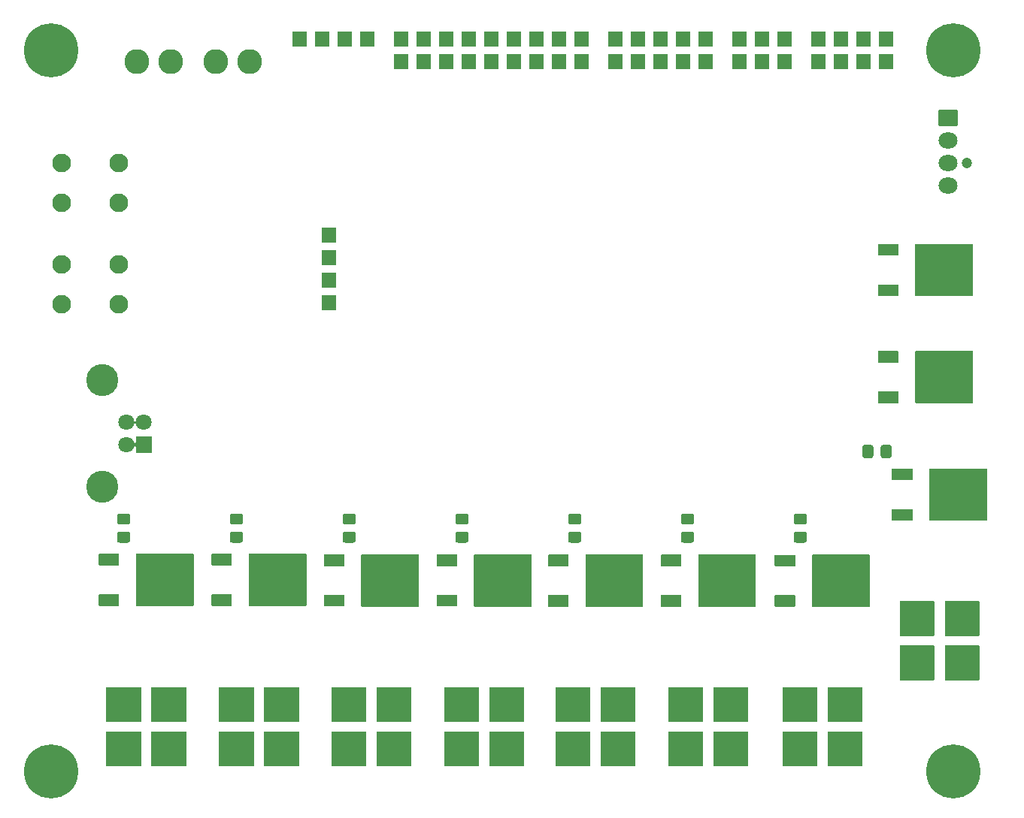
<source format=gbr>
G04 #@! TF.GenerationSoftware,KiCad,Pcbnew,5.1.10-88a1d61d58~88~ubuntu20.04.1*
G04 #@! TF.CreationDate,2021-07-01T12:33:08+02:00*
G04 #@! TF.ProjectId,chamber-board,6368616d-6265-4722-9d62-6f6172642e6b,rev?*
G04 #@! TF.SameCoordinates,Original*
G04 #@! TF.FileFunction,Soldermask,Top*
G04 #@! TF.FilePolarity,Negative*
%FSLAX46Y46*%
G04 Gerber Fmt 4.6, Leading zero omitted, Abs format (unit mm)*
G04 Created by KiCad (PCBNEW 5.1.10-88a1d61d58~88~ubuntu20.04.1) date 2021-07-01 12:33:08*
%MOMM*%
%LPD*%
G01*
G04 APERTURE LIST*
%ADD10C,2.102000*%
%ADD11O,2.132000X1.832000*%
%ADD12C,1.202000*%
%ADD13C,1.802000*%
%ADD14C,3.602000*%
%ADD15C,2.802000*%
%ADD16C,6.102000*%
%ADD17C,0.100000*%
G04 APERTURE END LIST*
G36*
G01*
X132029000Y-80010000D02*
X132029000Y-78486000D01*
G75*
G02*
X132080000Y-78435000I51000J0D01*
G01*
X133604000Y-78435000D01*
G75*
G02*
X133655000Y-78486000I0J-51000D01*
G01*
X133655000Y-80010000D01*
G75*
G02*
X133604000Y-80061000I-51000J0D01*
G01*
X132080000Y-80061000D01*
G75*
G02*
X132029000Y-80010000I0J51000D01*
G01*
G37*
G36*
G01*
X132029000Y-77470000D02*
X132029000Y-75946000D01*
G75*
G02*
X132080000Y-75895000I51000J0D01*
G01*
X133604000Y-75895000D01*
G75*
G02*
X133655000Y-75946000I0J-51000D01*
G01*
X133655000Y-77470000D01*
G75*
G02*
X133604000Y-77521000I-51000J0D01*
G01*
X132080000Y-77521000D01*
G75*
G02*
X132029000Y-77470000I0J51000D01*
G01*
G37*
G36*
G01*
X132029000Y-74930000D02*
X132029000Y-73406000D01*
G75*
G02*
X132080000Y-73355000I51000J0D01*
G01*
X133604000Y-73355000D01*
G75*
G02*
X133655000Y-73406000I0J-51000D01*
G01*
X133655000Y-74930000D01*
G75*
G02*
X133604000Y-74981000I-51000J0D01*
G01*
X132080000Y-74981000D01*
G75*
G02*
X132029000Y-74930000I0J51000D01*
G01*
G37*
G36*
G01*
X132029000Y-72390000D02*
X132029000Y-70866000D01*
G75*
G02*
X132080000Y-70815000I51000J0D01*
G01*
X133604000Y-70815000D01*
G75*
G02*
X133655000Y-70866000I0J-51000D01*
G01*
X133655000Y-72390000D01*
G75*
G02*
X133604000Y-72441000I-51000J0D01*
G01*
X132080000Y-72441000D01*
G75*
G02*
X132029000Y-72390000I0J51000D01*
G01*
G37*
G36*
G01*
X149749253Y-122622625D02*
X149749253Y-126432625D01*
G75*
G02*
X149698253Y-126483625I-51000J0D01*
G01*
X145888253Y-126483625D01*
G75*
G02*
X145837253Y-126432625I0J51000D01*
G01*
X145837253Y-122622625D01*
G75*
G02*
X145888253Y-122571625I51000J0D01*
G01*
X149698253Y-122571625D01*
G75*
G02*
X149749253Y-122622625I0J-51000D01*
G01*
G37*
G36*
G01*
X149749253Y-127622625D02*
X149749253Y-131432625D01*
G75*
G02*
X149698253Y-131483625I-51000J0D01*
G01*
X145888253Y-131483625D01*
G75*
G02*
X145837253Y-131432625I0J51000D01*
G01*
X145837253Y-127622625D01*
G75*
G02*
X145888253Y-127571625I51000J0D01*
G01*
X149698253Y-127571625D01*
G75*
G02*
X149749253Y-127622625I0J-51000D01*
G01*
G37*
G36*
G01*
X142129253Y-127622625D02*
X142129253Y-131432625D01*
G75*
G02*
X142078253Y-131483625I-51000J0D01*
G01*
X138268253Y-131483625D01*
G75*
G02*
X138217253Y-131432625I0J51000D01*
G01*
X138217253Y-127622625D01*
G75*
G02*
X138268253Y-127571625I51000J0D01*
G01*
X142078253Y-127571625D01*
G75*
G02*
X142129253Y-127622625I0J-51000D01*
G01*
G37*
G36*
G01*
X142129253Y-122622625D02*
X142129253Y-126432625D01*
G75*
G02*
X142078253Y-126483625I-51000J0D01*
G01*
X138268253Y-126483625D01*
G75*
G02*
X138217253Y-126432625I0J51000D01*
G01*
X138217253Y-122622625D01*
G75*
G02*
X138268253Y-122571625I51000J0D01*
G01*
X142078253Y-122571625D01*
G75*
G02*
X142129253Y-122622625I0J-51000D01*
G01*
G37*
G36*
G01*
X137049253Y-122622625D02*
X137049253Y-126432625D01*
G75*
G02*
X136998253Y-126483625I-51000J0D01*
G01*
X133188253Y-126483625D01*
G75*
G02*
X133137253Y-126432625I0J51000D01*
G01*
X133137253Y-122622625D01*
G75*
G02*
X133188253Y-122571625I51000J0D01*
G01*
X136998253Y-122571625D01*
G75*
G02*
X137049253Y-122622625I0J-51000D01*
G01*
G37*
G36*
G01*
X137049253Y-127622625D02*
X137049253Y-131432625D01*
G75*
G02*
X136998253Y-131483625I-51000J0D01*
G01*
X133188253Y-131483625D01*
G75*
G02*
X133137253Y-131432625I0J51000D01*
G01*
X133137253Y-127622625D01*
G75*
G02*
X133188253Y-127571625I51000J0D01*
G01*
X136998253Y-127571625D01*
G75*
G02*
X137049253Y-127622625I0J-51000D01*
G01*
G37*
G36*
G01*
X154829253Y-127622625D02*
X154829253Y-131432625D01*
G75*
G02*
X154778253Y-131483625I-51000J0D01*
G01*
X150968253Y-131483625D01*
G75*
G02*
X150917253Y-131432625I0J51000D01*
G01*
X150917253Y-127622625D01*
G75*
G02*
X150968253Y-127571625I51000J0D01*
G01*
X154778253Y-127571625D01*
G75*
G02*
X154829253Y-127622625I0J-51000D01*
G01*
G37*
G36*
G01*
X154829253Y-122622625D02*
X154829253Y-126432625D01*
G75*
G02*
X154778253Y-126483625I-51000J0D01*
G01*
X150968253Y-126483625D01*
G75*
G02*
X150917253Y-126432625I0J51000D01*
G01*
X150917253Y-122622625D01*
G75*
G02*
X150968253Y-122571625I51000J0D01*
G01*
X154778253Y-122571625D01*
G75*
G02*
X154829253Y-122622625I0J-51000D01*
G01*
G37*
G36*
G01*
X187817012Y-122655028D02*
X187817012Y-126465028D01*
G75*
G02*
X187766012Y-126516028I-51000J0D01*
G01*
X183956012Y-126516028D01*
G75*
G02*
X183905012Y-126465028I0J51000D01*
G01*
X183905012Y-122655028D01*
G75*
G02*
X183956012Y-122604028I51000J0D01*
G01*
X187766012Y-122604028D01*
G75*
G02*
X187817012Y-122655028I0J-51000D01*
G01*
G37*
G36*
G01*
X187817012Y-127655028D02*
X187817012Y-131465028D01*
G75*
G02*
X187766012Y-131516028I-51000J0D01*
G01*
X183956012Y-131516028D01*
G75*
G02*
X183905012Y-131465028I0J51000D01*
G01*
X183905012Y-127655028D01*
G75*
G02*
X183956012Y-127604028I51000J0D01*
G01*
X187766012Y-127604028D01*
G75*
G02*
X187817012Y-127655028I0J-51000D01*
G01*
G37*
G36*
G01*
X206105012Y-117939528D02*
X206105012Y-121749528D01*
G75*
G02*
X206054012Y-121800528I-51000J0D01*
G01*
X202244012Y-121800528D01*
G75*
G02*
X202193012Y-121749528I0J51000D01*
G01*
X202193012Y-117939528D01*
G75*
G02*
X202244012Y-117888528I51000J0D01*
G01*
X206054012Y-117888528D01*
G75*
G02*
X206105012Y-117939528I0J-51000D01*
G01*
G37*
G36*
G01*
X206105012Y-112939528D02*
X206105012Y-116749528D01*
G75*
G02*
X206054012Y-116800528I-51000J0D01*
G01*
X202244012Y-116800528D01*
G75*
G02*
X202193012Y-116749528I0J51000D01*
G01*
X202193012Y-112939528D01*
G75*
G02*
X202244012Y-112888528I51000J0D01*
G01*
X206054012Y-112888528D01*
G75*
G02*
X206105012Y-112939528I0J-51000D01*
G01*
G37*
G36*
G01*
X201025012Y-112939528D02*
X201025012Y-116749528D01*
G75*
G02*
X200974012Y-116800528I-51000J0D01*
G01*
X197164012Y-116800528D01*
G75*
G02*
X197113012Y-116749528I0J51000D01*
G01*
X197113012Y-112939528D01*
G75*
G02*
X197164012Y-112888528I51000J0D01*
G01*
X200974012Y-112888528D01*
G75*
G02*
X201025012Y-112939528I0J-51000D01*
G01*
G37*
G36*
G01*
X201025012Y-117939528D02*
X201025012Y-121749528D01*
G75*
G02*
X200974012Y-121800528I-51000J0D01*
G01*
X197164012Y-121800528D01*
G75*
G02*
X197113012Y-121749528I0J51000D01*
G01*
X197113012Y-117939528D01*
G75*
G02*
X197164012Y-117888528I51000J0D01*
G01*
X200974012Y-117888528D01*
G75*
G02*
X201025012Y-117939528I0J-51000D01*
G01*
G37*
G36*
G01*
X167372052Y-127639337D02*
X167372052Y-131449337D01*
G75*
G02*
X167321052Y-131500337I-51000J0D01*
G01*
X163511052Y-131500337D01*
G75*
G02*
X163460052Y-131449337I0J51000D01*
G01*
X163460052Y-127639337D01*
G75*
G02*
X163511052Y-127588337I51000J0D01*
G01*
X167321052Y-127588337D01*
G75*
G02*
X167372052Y-127639337I0J-51000D01*
G01*
G37*
G36*
G01*
X167372052Y-122639337D02*
X167372052Y-126449337D01*
G75*
G02*
X167321052Y-126500337I-51000J0D01*
G01*
X163511052Y-126500337D01*
G75*
G02*
X163460052Y-126449337I0J51000D01*
G01*
X163460052Y-122639337D01*
G75*
G02*
X163511052Y-122588337I51000J0D01*
G01*
X167321052Y-122588337D01*
G75*
G02*
X167372052Y-122639337I0J-51000D01*
G01*
G37*
G36*
G01*
X180072052Y-122639337D02*
X180072052Y-126449337D01*
G75*
G02*
X180021052Y-126500337I-51000J0D01*
G01*
X176211052Y-126500337D01*
G75*
G02*
X176160052Y-126449337I0J51000D01*
G01*
X176160052Y-122639337D01*
G75*
G02*
X176211052Y-122588337I51000J0D01*
G01*
X180021052Y-122588337D01*
G75*
G02*
X180072052Y-122639337I0J-51000D01*
G01*
G37*
G36*
G01*
X180072052Y-127639337D02*
X180072052Y-131449337D01*
G75*
G02*
X180021052Y-131500337I-51000J0D01*
G01*
X176211052Y-131500337D01*
G75*
G02*
X176160052Y-131449337I0J51000D01*
G01*
X176160052Y-127639337D01*
G75*
G02*
X176211052Y-127588337I51000J0D01*
G01*
X180021052Y-127588337D01*
G75*
G02*
X180072052Y-127639337I0J-51000D01*
G01*
G37*
G36*
G01*
X174992052Y-127639337D02*
X174992052Y-131449337D01*
G75*
G02*
X174941052Y-131500337I-51000J0D01*
G01*
X171131052Y-131500337D01*
G75*
G02*
X171080052Y-131449337I0J51000D01*
G01*
X171080052Y-127639337D01*
G75*
G02*
X171131052Y-127588337I51000J0D01*
G01*
X174941052Y-127588337D01*
G75*
G02*
X174992052Y-127639337I0J-51000D01*
G01*
G37*
G36*
G01*
X174992052Y-122639337D02*
X174992052Y-126449337D01*
G75*
G02*
X174941052Y-126500337I-51000J0D01*
G01*
X171131052Y-126500337D01*
G75*
G02*
X171080052Y-126449337I0J51000D01*
G01*
X171080052Y-122639337D01*
G75*
G02*
X171131052Y-122588337I51000J0D01*
G01*
X174941052Y-122588337D01*
G75*
G02*
X174992052Y-122639337I0J-51000D01*
G01*
G37*
G36*
G01*
X192897012Y-122655028D02*
X192897012Y-126465028D01*
G75*
G02*
X192846012Y-126516028I-51000J0D01*
G01*
X189036012Y-126516028D01*
G75*
G02*
X188985012Y-126465028I0J51000D01*
G01*
X188985012Y-122655028D01*
G75*
G02*
X189036012Y-122604028I51000J0D01*
G01*
X192846012Y-122604028D01*
G75*
G02*
X192897012Y-122655028I0J-51000D01*
G01*
G37*
G36*
G01*
X192897012Y-127655028D02*
X192897012Y-131465028D01*
G75*
G02*
X192846012Y-131516028I-51000J0D01*
G01*
X189036012Y-131516028D01*
G75*
G02*
X188985012Y-131465028I0J51000D01*
G01*
X188985012Y-127655028D01*
G75*
G02*
X189036012Y-127604028I51000J0D01*
G01*
X192846012Y-127604028D01*
G75*
G02*
X192897012Y-127655028I0J-51000D01*
G01*
G37*
G36*
G01*
X162292052Y-127639337D02*
X162292052Y-131449337D01*
G75*
G02*
X162241052Y-131500337I-51000J0D01*
G01*
X158431052Y-131500337D01*
G75*
G02*
X158380052Y-131449337I0J51000D01*
G01*
X158380052Y-127639337D01*
G75*
G02*
X158431052Y-127588337I51000J0D01*
G01*
X162241052Y-127588337D01*
G75*
G02*
X162292052Y-127639337I0J-51000D01*
G01*
G37*
G36*
G01*
X162292052Y-122639337D02*
X162292052Y-126449337D01*
G75*
G02*
X162241052Y-126500337I-51000J0D01*
G01*
X158431052Y-126500337D01*
G75*
G02*
X158380052Y-126449337I0J51000D01*
G01*
X158380052Y-122639337D01*
G75*
G02*
X158431052Y-122588337I51000J0D01*
G01*
X162241052Y-122588337D01*
G75*
G02*
X162292052Y-122639337I0J-51000D01*
G01*
G37*
D10*
X109220000Y-74930000D03*
X109220000Y-79430000D03*
X102720000Y-74930000D03*
X102720000Y-79430000D03*
X102720000Y-68000000D03*
X102720000Y-63500000D03*
X109220000Y-68000000D03*
X109220000Y-63500000D03*
G36*
G01*
X201499000Y-59285000D02*
X201499000Y-57555000D01*
G75*
G02*
X201550000Y-57504000I51000J0D01*
G01*
X203580000Y-57504000D01*
G75*
G02*
X203631000Y-57555000I0J-51000D01*
G01*
X203631000Y-59285000D01*
G75*
G02*
X203580000Y-59336000I-51000J0D01*
G01*
X201550000Y-59336000D01*
G75*
G02*
X201499000Y-59285000I0J51000D01*
G01*
G37*
D11*
X202565000Y-60960000D03*
X202565000Y-63500000D03*
X202565000Y-66040000D03*
D12*
X204725000Y-63500000D03*
G36*
G01*
X112915000Y-94400000D02*
X112915000Y-96100000D01*
G75*
G02*
X112864000Y-96151000I-51000J0D01*
G01*
X111164000Y-96151000D01*
G75*
G02*
X111113000Y-96100000I0J51000D01*
G01*
X111113000Y-94400000D01*
G75*
G02*
X111164000Y-94349000I51000J0D01*
G01*
X112864000Y-94349000D01*
G75*
G02*
X112915000Y-94400000I0J-51000D01*
G01*
G37*
D13*
X112014000Y-92750000D03*
X110014000Y-92750000D03*
X110014000Y-95250000D03*
D14*
X107304000Y-100020000D03*
X107304000Y-87980000D03*
G36*
G01*
X116764000Y-127635000D02*
X116764000Y-131445000D01*
G75*
G02*
X116713000Y-131496000I-51000J0D01*
G01*
X112903000Y-131496000D01*
G75*
G02*
X112852000Y-131445000I0J51000D01*
G01*
X112852000Y-127635000D01*
G75*
G02*
X112903000Y-127584000I51000J0D01*
G01*
X116713000Y-127584000D01*
G75*
G02*
X116764000Y-127635000I0J-51000D01*
G01*
G37*
G36*
G01*
X116764000Y-122635000D02*
X116764000Y-126445000D01*
G75*
G02*
X116713000Y-126496000I-51000J0D01*
G01*
X112903000Y-126496000D01*
G75*
G02*
X112852000Y-126445000I0J51000D01*
G01*
X112852000Y-122635000D01*
G75*
G02*
X112903000Y-122584000I51000J0D01*
G01*
X116713000Y-122584000D01*
G75*
G02*
X116764000Y-122635000I0J-51000D01*
G01*
G37*
G36*
G01*
X111684000Y-122635000D02*
X111684000Y-126445000D01*
G75*
G02*
X111633000Y-126496000I-51000J0D01*
G01*
X107823000Y-126496000D01*
G75*
G02*
X107772000Y-126445000I0J51000D01*
G01*
X107772000Y-122635000D01*
G75*
G02*
X107823000Y-122584000I51000J0D01*
G01*
X111633000Y-122584000D01*
G75*
G02*
X111684000Y-122635000I0J-51000D01*
G01*
G37*
G36*
G01*
X111684000Y-127635000D02*
X111684000Y-131445000D01*
G75*
G02*
X111633000Y-131496000I-51000J0D01*
G01*
X107823000Y-131496000D01*
G75*
G02*
X107772000Y-131445000I0J51000D01*
G01*
X107772000Y-127635000D01*
G75*
G02*
X107823000Y-127584000I51000J0D01*
G01*
X111633000Y-127584000D01*
G75*
G02*
X111684000Y-127635000I0J-51000D01*
G01*
G37*
G36*
G01*
X129464000Y-127635000D02*
X129464000Y-131445000D01*
G75*
G02*
X129413000Y-131496000I-51000J0D01*
G01*
X125603000Y-131496000D01*
G75*
G02*
X125552000Y-131445000I0J51000D01*
G01*
X125552000Y-127635000D01*
G75*
G02*
X125603000Y-127584000I51000J0D01*
G01*
X129413000Y-127584000D01*
G75*
G02*
X129464000Y-127635000I0J-51000D01*
G01*
G37*
G36*
G01*
X129464000Y-122635000D02*
X129464000Y-126445000D01*
G75*
G02*
X129413000Y-126496000I-51000J0D01*
G01*
X125603000Y-126496000D01*
G75*
G02*
X125552000Y-126445000I0J51000D01*
G01*
X125552000Y-122635000D01*
G75*
G02*
X125603000Y-122584000I51000J0D01*
G01*
X129413000Y-122584000D01*
G75*
G02*
X129464000Y-122635000I0J-51000D01*
G01*
G37*
G36*
G01*
X124384000Y-122635000D02*
X124384000Y-126445000D01*
G75*
G02*
X124333000Y-126496000I-51000J0D01*
G01*
X120523000Y-126496000D01*
G75*
G02*
X120472000Y-126445000I0J51000D01*
G01*
X120472000Y-122635000D01*
G75*
G02*
X120523000Y-122584000I51000J0D01*
G01*
X124333000Y-122584000D01*
G75*
G02*
X124384000Y-122635000I0J-51000D01*
G01*
G37*
G36*
G01*
X124384000Y-127635000D02*
X124384000Y-131445000D01*
G75*
G02*
X124333000Y-131496000I-51000J0D01*
G01*
X120523000Y-131496000D01*
G75*
G02*
X120472000Y-131445000I0J51000D01*
G01*
X120472000Y-127635000D01*
G75*
G02*
X120523000Y-127584000I51000J0D01*
G01*
X124333000Y-127584000D01*
G75*
G02*
X124384000Y-127635000I0J-51000D01*
G01*
G37*
D15*
X123916640Y-52042461D03*
X115026640Y-52042461D03*
X120106640Y-52042461D03*
X111216640Y-52042461D03*
G36*
G01*
X137922000Y-50343000D02*
X136398000Y-50343000D01*
G75*
G02*
X136347000Y-50292000I0J51000D01*
G01*
X136347000Y-48768000D01*
G75*
G02*
X136398000Y-48717000I51000J0D01*
G01*
X137922000Y-48717000D01*
G75*
G02*
X137973000Y-48768000I0J-51000D01*
G01*
X137973000Y-50292000D01*
G75*
G02*
X137922000Y-50343000I-51000J0D01*
G01*
G37*
G36*
G01*
X135382000Y-50343000D02*
X133858000Y-50343000D01*
G75*
G02*
X133807000Y-50292000I0J51000D01*
G01*
X133807000Y-48768000D01*
G75*
G02*
X133858000Y-48717000I51000J0D01*
G01*
X135382000Y-48717000D01*
G75*
G02*
X135433000Y-48768000I0J-51000D01*
G01*
X135433000Y-50292000D01*
G75*
G02*
X135382000Y-50343000I-51000J0D01*
G01*
G37*
G36*
G01*
X132842000Y-50343000D02*
X131318000Y-50343000D01*
G75*
G02*
X131267000Y-50292000I0J51000D01*
G01*
X131267000Y-48768000D01*
G75*
G02*
X131318000Y-48717000I51000J0D01*
G01*
X132842000Y-48717000D01*
G75*
G02*
X132893000Y-48768000I0J-51000D01*
G01*
X132893000Y-50292000D01*
G75*
G02*
X132842000Y-50343000I-51000J0D01*
G01*
G37*
G36*
G01*
X130302000Y-50343000D02*
X128778000Y-50343000D01*
G75*
G02*
X128727000Y-50292000I0J51000D01*
G01*
X128727000Y-48768000D01*
G75*
G02*
X128778000Y-48717000I51000J0D01*
G01*
X130302000Y-48717000D01*
G75*
G02*
X130353000Y-48768000I0J-51000D01*
G01*
X130353000Y-50292000D01*
G75*
G02*
X130302000Y-50343000I-51000J0D01*
G01*
G37*
G36*
G01*
X179832000Y-52883000D02*
X178308000Y-52883000D01*
G75*
G02*
X178257000Y-52832000I0J51000D01*
G01*
X178257000Y-51308000D01*
G75*
G02*
X178308000Y-51257000I51000J0D01*
G01*
X179832000Y-51257000D01*
G75*
G02*
X179883000Y-51308000I0J-51000D01*
G01*
X179883000Y-52832000D01*
G75*
G02*
X179832000Y-52883000I-51000J0D01*
G01*
G37*
G36*
G01*
X179832000Y-50343000D02*
X178308000Y-50343000D01*
G75*
G02*
X178257000Y-50292000I0J51000D01*
G01*
X178257000Y-48768000D01*
G75*
G02*
X178308000Y-48717000I51000J0D01*
G01*
X179832000Y-48717000D01*
G75*
G02*
X179883000Y-48768000I0J-51000D01*
G01*
X179883000Y-50292000D01*
G75*
G02*
X179832000Y-50343000I-51000J0D01*
G01*
G37*
G36*
G01*
X182372000Y-52883000D02*
X180848000Y-52883000D01*
G75*
G02*
X180797000Y-52832000I0J51000D01*
G01*
X180797000Y-51308000D01*
G75*
G02*
X180848000Y-51257000I51000J0D01*
G01*
X182372000Y-51257000D01*
G75*
G02*
X182423000Y-51308000I0J-51000D01*
G01*
X182423000Y-52832000D01*
G75*
G02*
X182372000Y-52883000I-51000J0D01*
G01*
G37*
G36*
G01*
X182372000Y-50343000D02*
X180848000Y-50343000D01*
G75*
G02*
X180797000Y-50292000I0J51000D01*
G01*
X180797000Y-48768000D01*
G75*
G02*
X180848000Y-48717000I51000J0D01*
G01*
X182372000Y-48717000D01*
G75*
G02*
X182423000Y-48768000I0J-51000D01*
G01*
X182423000Y-50292000D01*
G75*
G02*
X182372000Y-50343000I-51000J0D01*
G01*
G37*
G36*
G01*
X184912000Y-52883000D02*
X183388000Y-52883000D01*
G75*
G02*
X183337000Y-52832000I0J51000D01*
G01*
X183337000Y-51308000D01*
G75*
G02*
X183388000Y-51257000I51000J0D01*
G01*
X184912000Y-51257000D01*
G75*
G02*
X184963000Y-51308000I0J-51000D01*
G01*
X184963000Y-52832000D01*
G75*
G02*
X184912000Y-52883000I-51000J0D01*
G01*
G37*
G36*
G01*
X184912000Y-50343000D02*
X183388000Y-50343000D01*
G75*
G02*
X183337000Y-50292000I0J51000D01*
G01*
X183337000Y-48768000D01*
G75*
G02*
X183388000Y-48717000I51000J0D01*
G01*
X184912000Y-48717000D01*
G75*
G02*
X184963000Y-48768000I0J-51000D01*
G01*
X184963000Y-50292000D01*
G75*
G02*
X184912000Y-50343000I-51000J0D01*
G01*
G37*
G36*
G01*
X188722000Y-52883000D02*
X187198000Y-52883000D01*
G75*
G02*
X187147000Y-52832000I0J51000D01*
G01*
X187147000Y-51308000D01*
G75*
G02*
X187198000Y-51257000I51000J0D01*
G01*
X188722000Y-51257000D01*
G75*
G02*
X188773000Y-51308000I0J-51000D01*
G01*
X188773000Y-52832000D01*
G75*
G02*
X188722000Y-52883000I-51000J0D01*
G01*
G37*
G36*
G01*
X188722000Y-50343000D02*
X187198000Y-50343000D01*
G75*
G02*
X187147000Y-50292000I0J51000D01*
G01*
X187147000Y-48768000D01*
G75*
G02*
X187198000Y-48717000I51000J0D01*
G01*
X188722000Y-48717000D01*
G75*
G02*
X188773000Y-48768000I0J-51000D01*
G01*
X188773000Y-50292000D01*
G75*
G02*
X188722000Y-50343000I-51000J0D01*
G01*
G37*
G36*
G01*
X191262000Y-52883000D02*
X189738000Y-52883000D01*
G75*
G02*
X189687000Y-52832000I0J51000D01*
G01*
X189687000Y-51308000D01*
G75*
G02*
X189738000Y-51257000I51000J0D01*
G01*
X191262000Y-51257000D01*
G75*
G02*
X191313000Y-51308000I0J-51000D01*
G01*
X191313000Y-52832000D01*
G75*
G02*
X191262000Y-52883000I-51000J0D01*
G01*
G37*
G36*
G01*
X191262000Y-50343000D02*
X189738000Y-50343000D01*
G75*
G02*
X189687000Y-50292000I0J51000D01*
G01*
X189687000Y-48768000D01*
G75*
G02*
X189738000Y-48717000I51000J0D01*
G01*
X191262000Y-48717000D01*
G75*
G02*
X191313000Y-48768000I0J-51000D01*
G01*
X191313000Y-50292000D01*
G75*
G02*
X191262000Y-50343000I-51000J0D01*
G01*
G37*
G36*
G01*
X193802000Y-52883000D02*
X192278000Y-52883000D01*
G75*
G02*
X192227000Y-52832000I0J51000D01*
G01*
X192227000Y-51308000D01*
G75*
G02*
X192278000Y-51257000I51000J0D01*
G01*
X193802000Y-51257000D01*
G75*
G02*
X193853000Y-51308000I0J-51000D01*
G01*
X193853000Y-52832000D01*
G75*
G02*
X193802000Y-52883000I-51000J0D01*
G01*
G37*
G36*
G01*
X193802000Y-50343000D02*
X192278000Y-50343000D01*
G75*
G02*
X192227000Y-50292000I0J51000D01*
G01*
X192227000Y-48768000D01*
G75*
G02*
X192278000Y-48717000I51000J0D01*
G01*
X193802000Y-48717000D01*
G75*
G02*
X193853000Y-48768000I0J-51000D01*
G01*
X193853000Y-50292000D01*
G75*
G02*
X193802000Y-50343000I-51000J0D01*
G01*
G37*
G36*
G01*
X196342000Y-52883000D02*
X194818000Y-52883000D01*
G75*
G02*
X194767000Y-52832000I0J51000D01*
G01*
X194767000Y-51308000D01*
G75*
G02*
X194818000Y-51257000I51000J0D01*
G01*
X196342000Y-51257000D01*
G75*
G02*
X196393000Y-51308000I0J-51000D01*
G01*
X196393000Y-52832000D01*
G75*
G02*
X196342000Y-52883000I-51000J0D01*
G01*
G37*
G36*
G01*
X196342000Y-50343000D02*
X194818000Y-50343000D01*
G75*
G02*
X194767000Y-50292000I0J51000D01*
G01*
X194767000Y-48768000D01*
G75*
G02*
X194818000Y-48717000I51000J0D01*
G01*
X196342000Y-48717000D01*
G75*
G02*
X196393000Y-48768000I0J-51000D01*
G01*
X196393000Y-50292000D01*
G75*
G02*
X196342000Y-50343000I-51000J0D01*
G01*
G37*
G36*
G01*
X165862000Y-52883000D02*
X164338000Y-52883000D01*
G75*
G02*
X164287000Y-52832000I0J51000D01*
G01*
X164287000Y-51308000D01*
G75*
G02*
X164338000Y-51257000I51000J0D01*
G01*
X165862000Y-51257000D01*
G75*
G02*
X165913000Y-51308000I0J-51000D01*
G01*
X165913000Y-52832000D01*
G75*
G02*
X165862000Y-52883000I-51000J0D01*
G01*
G37*
G36*
G01*
X165862000Y-50343000D02*
X164338000Y-50343000D01*
G75*
G02*
X164287000Y-50292000I0J51000D01*
G01*
X164287000Y-48768000D01*
G75*
G02*
X164338000Y-48717000I51000J0D01*
G01*
X165862000Y-48717000D01*
G75*
G02*
X165913000Y-48768000I0J-51000D01*
G01*
X165913000Y-50292000D01*
G75*
G02*
X165862000Y-50343000I-51000J0D01*
G01*
G37*
G36*
G01*
X168402000Y-52883000D02*
X166878000Y-52883000D01*
G75*
G02*
X166827000Y-52832000I0J51000D01*
G01*
X166827000Y-51308000D01*
G75*
G02*
X166878000Y-51257000I51000J0D01*
G01*
X168402000Y-51257000D01*
G75*
G02*
X168453000Y-51308000I0J-51000D01*
G01*
X168453000Y-52832000D01*
G75*
G02*
X168402000Y-52883000I-51000J0D01*
G01*
G37*
G36*
G01*
X168402000Y-50343000D02*
X166878000Y-50343000D01*
G75*
G02*
X166827000Y-50292000I0J51000D01*
G01*
X166827000Y-48768000D01*
G75*
G02*
X166878000Y-48717000I51000J0D01*
G01*
X168402000Y-48717000D01*
G75*
G02*
X168453000Y-48768000I0J-51000D01*
G01*
X168453000Y-50292000D01*
G75*
G02*
X168402000Y-50343000I-51000J0D01*
G01*
G37*
G36*
G01*
X170942000Y-52883000D02*
X169418000Y-52883000D01*
G75*
G02*
X169367000Y-52832000I0J51000D01*
G01*
X169367000Y-51308000D01*
G75*
G02*
X169418000Y-51257000I51000J0D01*
G01*
X170942000Y-51257000D01*
G75*
G02*
X170993000Y-51308000I0J-51000D01*
G01*
X170993000Y-52832000D01*
G75*
G02*
X170942000Y-52883000I-51000J0D01*
G01*
G37*
G36*
G01*
X170942000Y-50343000D02*
X169418000Y-50343000D01*
G75*
G02*
X169367000Y-50292000I0J51000D01*
G01*
X169367000Y-48768000D01*
G75*
G02*
X169418000Y-48717000I51000J0D01*
G01*
X170942000Y-48717000D01*
G75*
G02*
X170993000Y-48768000I0J-51000D01*
G01*
X170993000Y-50292000D01*
G75*
G02*
X170942000Y-50343000I-51000J0D01*
G01*
G37*
G36*
G01*
X173482000Y-52883000D02*
X171958000Y-52883000D01*
G75*
G02*
X171907000Y-52832000I0J51000D01*
G01*
X171907000Y-51308000D01*
G75*
G02*
X171958000Y-51257000I51000J0D01*
G01*
X173482000Y-51257000D01*
G75*
G02*
X173533000Y-51308000I0J-51000D01*
G01*
X173533000Y-52832000D01*
G75*
G02*
X173482000Y-52883000I-51000J0D01*
G01*
G37*
G36*
G01*
X173482000Y-50343000D02*
X171958000Y-50343000D01*
G75*
G02*
X171907000Y-50292000I0J51000D01*
G01*
X171907000Y-48768000D01*
G75*
G02*
X171958000Y-48717000I51000J0D01*
G01*
X173482000Y-48717000D01*
G75*
G02*
X173533000Y-48768000I0J-51000D01*
G01*
X173533000Y-50292000D01*
G75*
G02*
X173482000Y-50343000I-51000J0D01*
G01*
G37*
G36*
G01*
X176022000Y-52883000D02*
X174498000Y-52883000D01*
G75*
G02*
X174447000Y-52832000I0J51000D01*
G01*
X174447000Y-51308000D01*
G75*
G02*
X174498000Y-51257000I51000J0D01*
G01*
X176022000Y-51257000D01*
G75*
G02*
X176073000Y-51308000I0J-51000D01*
G01*
X176073000Y-52832000D01*
G75*
G02*
X176022000Y-52883000I-51000J0D01*
G01*
G37*
G36*
G01*
X176022000Y-50343000D02*
X174498000Y-50343000D01*
G75*
G02*
X174447000Y-50292000I0J51000D01*
G01*
X174447000Y-48768000D01*
G75*
G02*
X174498000Y-48717000I51000J0D01*
G01*
X176022000Y-48717000D01*
G75*
G02*
X176073000Y-48768000I0J-51000D01*
G01*
X176073000Y-50292000D01*
G75*
G02*
X176022000Y-50343000I-51000J0D01*
G01*
G37*
G36*
G01*
X141732000Y-52883000D02*
X140208000Y-52883000D01*
G75*
G02*
X140157000Y-52832000I0J51000D01*
G01*
X140157000Y-51308000D01*
G75*
G02*
X140208000Y-51257000I51000J0D01*
G01*
X141732000Y-51257000D01*
G75*
G02*
X141783000Y-51308000I0J-51000D01*
G01*
X141783000Y-52832000D01*
G75*
G02*
X141732000Y-52883000I-51000J0D01*
G01*
G37*
G36*
G01*
X141732000Y-50343000D02*
X140208000Y-50343000D01*
G75*
G02*
X140157000Y-50292000I0J51000D01*
G01*
X140157000Y-48768000D01*
G75*
G02*
X140208000Y-48717000I51000J0D01*
G01*
X141732000Y-48717000D01*
G75*
G02*
X141783000Y-48768000I0J-51000D01*
G01*
X141783000Y-50292000D01*
G75*
G02*
X141732000Y-50343000I-51000J0D01*
G01*
G37*
G36*
G01*
X144272000Y-52883000D02*
X142748000Y-52883000D01*
G75*
G02*
X142697000Y-52832000I0J51000D01*
G01*
X142697000Y-51308000D01*
G75*
G02*
X142748000Y-51257000I51000J0D01*
G01*
X144272000Y-51257000D01*
G75*
G02*
X144323000Y-51308000I0J-51000D01*
G01*
X144323000Y-52832000D01*
G75*
G02*
X144272000Y-52883000I-51000J0D01*
G01*
G37*
G36*
G01*
X144272000Y-50343000D02*
X142748000Y-50343000D01*
G75*
G02*
X142697000Y-50292000I0J51000D01*
G01*
X142697000Y-48768000D01*
G75*
G02*
X142748000Y-48717000I51000J0D01*
G01*
X144272000Y-48717000D01*
G75*
G02*
X144323000Y-48768000I0J-51000D01*
G01*
X144323000Y-50292000D01*
G75*
G02*
X144272000Y-50343000I-51000J0D01*
G01*
G37*
G36*
G01*
X146812000Y-52883000D02*
X145288000Y-52883000D01*
G75*
G02*
X145237000Y-52832000I0J51000D01*
G01*
X145237000Y-51308000D01*
G75*
G02*
X145288000Y-51257000I51000J0D01*
G01*
X146812000Y-51257000D01*
G75*
G02*
X146863000Y-51308000I0J-51000D01*
G01*
X146863000Y-52832000D01*
G75*
G02*
X146812000Y-52883000I-51000J0D01*
G01*
G37*
G36*
G01*
X146812000Y-50343000D02*
X145288000Y-50343000D01*
G75*
G02*
X145237000Y-50292000I0J51000D01*
G01*
X145237000Y-48768000D01*
G75*
G02*
X145288000Y-48717000I51000J0D01*
G01*
X146812000Y-48717000D01*
G75*
G02*
X146863000Y-48768000I0J-51000D01*
G01*
X146863000Y-50292000D01*
G75*
G02*
X146812000Y-50343000I-51000J0D01*
G01*
G37*
G36*
G01*
X149352000Y-52883000D02*
X147828000Y-52883000D01*
G75*
G02*
X147777000Y-52832000I0J51000D01*
G01*
X147777000Y-51308000D01*
G75*
G02*
X147828000Y-51257000I51000J0D01*
G01*
X149352000Y-51257000D01*
G75*
G02*
X149403000Y-51308000I0J-51000D01*
G01*
X149403000Y-52832000D01*
G75*
G02*
X149352000Y-52883000I-51000J0D01*
G01*
G37*
G36*
G01*
X149352000Y-50343000D02*
X147828000Y-50343000D01*
G75*
G02*
X147777000Y-50292000I0J51000D01*
G01*
X147777000Y-48768000D01*
G75*
G02*
X147828000Y-48717000I51000J0D01*
G01*
X149352000Y-48717000D01*
G75*
G02*
X149403000Y-48768000I0J-51000D01*
G01*
X149403000Y-50292000D01*
G75*
G02*
X149352000Y-50343000I-51000J0D01*
G01*
G37*
G36*
G01*
X151892000Y-52883000D02*
X150368000Y-52883000D01*
G75*
G02*
X150317000Y-52832000I0J51000D01*
G01*
X150317000Y-51308000D01*
G75*
G02*
X150368000Y-51257000I51000J0D01*
G01*
X151892000Y-51257000D01*
G75*
G02*
X151943000Y-51308000I0J-51000D01*
G01*
X151943000Y-52832000D01*
G75*
G02*
X151892000Y-52883000I-51000J0D01*
G01*
G37*
G36*
G01*
X151892000Y-50343000D02*
X150368000Y-50343000D01*
G75*
G02*
X150317000Y-50292000I0J51000D01*
G01*
X150317000Y-48768000D01*
G75*
G02*
X150368000Y-48717000I51000J0D01*
G01*
X151892000Y-48717000D01*
G75*
G02*
X151943000Y-48768000I0J-51000D01*
G01*
X151943000Y-50292000D01*
G75*
G02*
X151892000Y-50343000I-51000J0D01*
G01*
G37*
G36*
G01*
X154432000Y-52883000D02*
X152908000Y-52883000D01*
G75*
G02*
X152857000Y-52832000I0J51000D01*
G01*
X152857000Y-51308000D01*
G75*
G02*
X152908000Y-51257000I51000J0D01*
G01*
X154432000Y-51257000D01*
G75*
G02*
X154483000Y-51308000I0J-51000D01*
G01*
X154483000Y-52832000D01*
G75*
G02*
X154432000Y-52883000I-51000J0D01*
G01*
G37*
G36*
G01*
X154432000Y-50343000D02*
X152908000Y-50343000D01*
G75*
G02*
X152857000Y-50292000I0J51000D01*
G01*
X152857000Y-48768000D01*
G75*
G02*
X152908000Y-48717000I51000J0D01*
G01*
X154432000Y-48717000D01*
G75*
G02*
X154483000Y-48768000I0J-51000D01*
G01*
X154483000Y-50292000D01*
G75*
G02*
X154432000Y-50343000I-51000J0D01*
G01*
G37*
G36*
G01*
X156972000Y-52883000D02*
X155448000Y-52883000D01*
G75*
G02*
X155397000Y-52832000I0J51000D01*
G01*
X155397000Y-51308000D01*
G75*
G02*
X155448000Y-51257000I51000J0D01*
G01*
X156972000Y-51257000D01*
G75*
G02*
X157023000Y-51308000I0J-51000D01*
G01*
X157023000Y-52832000D01*
G75*
G02*
X156972000Y-52883000I-51000J0D01*
G01*
G37*
G36*
G01*
X156972000Y-50343000D02*
X155448000Y-50343000D01*
G75*
G02*
X155397000Y-50292000I0J51000D01*
G01*
X155397000Y-48768000D01*
G75*
G02*
X155448000Y-48717000I51000J0D01*
G01*
X156972000Y-48717000D01*
G75*
G02*
X157023000Y-48768000I0J-51000D01*
G01*
X157023000Y-50292000D01*
G75*
G02*
X156972000Y-50343000I-51000J0D01*
G01*
G37*
G36*
G01*
X159512000Y-52883000D02*
X157988000Y-52883000D01*
G75*
G02*
X157937000Y-52832000I0J51000D01*
G01*
X157937000Y-51308000D01*
G75*
G02*
X157988000Y-51257000I51000J0D01*
G01*
X159512000Y-51257000D01*
G75*
G02*
X159563000Y-51308000I0J-51000D01*
G01*
X159563000Y-52832000D01*
G75*
G02*
X159512000Y-52883000I-51000J0D01*
G01*
G37*
G36*
G01*
X159512000Y-50343000D02*
X157988000Y-50343000D01*
G75*
G02*
X157937000Y-50292000I0J51000D01*
G01*
X157937000Y-48768000D01*
G75*
G02*
X157988000Y-48717000I51000J0D01*
G01*
X159512000Y-48717000D01*
G75*
G02*
X159563000Y-48768000I0J-51000D01*
G01*
X159563000Y-50292000D01*
G75*
G02*
X159512000Y-50343000I-51000J0D01*
G01*
G37*
G36*
G01*
X162052000Y-52883000D02*
X160528000Y-52883000D01*
G75*
G02*
X160477000Y-52832000I0J51000D01*
G01*
X160477000Y-51308000D01*
G75*
G02*
X160528000Y-51257000I51000J0D01*
G01*
X162052000Y-51257000D01*
G75*
G02*
X162103000Y-51308000I0J-51000D01*
G01*
X162103000Y-52832000D01*
G75*
G02*
X162052000Y-52883000I-51000J0D01*
G01*
G37*
G36*
G01*
X162052000Y-50343000D02*
X160528000Y-50343000D01*
G75*
G02*
X160477000Y-50292000I0J51000D01*
G01*
X160477000Y-48768000D01*
G75*
G02*
X160528000Y-48717000I51000J0D01*
G01*
X162052000Y-48717000D01*
G75*
G02*
X162103000Y-48768000I0J-51000D01*
G01*
X162103000Y-50292000D01*
G75*
G02*
X162052000Y-50343000I-51000J0D01*
G01*
G37*
G36*
G01*
X198874000Y-78465001D02*
X198874000Y-72664999D01*
G75*
G02*
X198924999Y-72614000I50999J0D01*
G01*
X205325001Y-72614000D01*
G75*
G02*
X205376000Y-72664999I0J-50999D01*
G01*
X205376000Y-78465001D01*
G75*
G02*
X205325001Y-78516000I-50999J0D01*
G01*
X198924999Y-78516000D01*
G75*
G02*
X198874000Y-78465001I0J50999D01*
G01*
G37*
G36*
G01*
X194674000Y-78445001D02*
X194674000Y-77244999D01*
G75*
G02*
X194724999Y-77194000I50999J0D01*
G01*
X196925001Y-77194000D01*
G75*
G02*
X196976000Y-77244999I0J-50999D01*
G01*
X196976000Y-78445001D01*
G75*
G02*
X196925001Y-78496000I-50999J0D01*
G01*
X194724999Y-78496000D01*
G75*
G02*
X194674000Y-78445001I0J50999D01*
G01*
G37*
G36*
G01*
X194674000Y-73885001D02*
X194674000Y-72684999D01*
G75*
G02*
X194724999Y-72634000I50999J0D01*
G01*
X196925001Y-72634000D01*
G75*
G02*
X196976000Y-72684999I0J-50999D01*
G01*
X196976000Y-73885001D01*
G75*
G02*
X196925001Y-73936000I-50999J0D01*
G01*
X194724999Y-73936000D01*
G75*
G02*
X194674000Y-73885001I0J50999D01*
G01*
G37*
G36*
G01*
X157525052Y-108894338D02*
X157525052Y-107694336D01*
G75*
G02*
X157576051Y-107643337I50999J0D01*
G01*
X159776053Y-107643337D01*
G75*
G02*
X159827052Y-107694336I0J-50999D01*
G01*
X159827052Y-108894338D01*
G75*
G02*
X159776053Y-108945337I-50999J0D01*
G01*
X157576051Y-108945337D01*
G75*
G02*
X157525052Y-108894338I0J50999D01*
G01*
G37*
G36*
G01*
X157525052Y-113454338D02*
X157525052Y-112254336D01*
G75*
G02*
X157576051Y-112203337I50999J0D01*
G01*
X159776053Y-112203337D01*
G75*
G02*
X159827052Y-112254336I0J-50999D01*
G01*
X159827052Y-113454338D01*
G75*
G02*
X159776053Y-113505337I-50999J0D01*
G01*
X157576051Y-113505337D01*
G75*
G02*
X157525052Y-113454338I0J50999D01*
G01*
G37*
G36*
G01*
X161725052Y-113474338D02*
X161725052Y-107674336D01*
G75*
G02*
X161776051Y-107623337I50999J0D01*
G01*
X168176053Y-107623337D01*
G75*
G02*
X168227052Y-107674336I0J-50999D01*
G01*
X168227052Y-113474338D01*
G75*
G02*
X168176053Y-113525337I-50999J0D01*
G01*
X161776051Y-113525337D01*
G75*
G02*
X161725052Y-113474338I0J50999D01*
G01*
G37*
G36*
G01*
X149182253Y-113457626D02*
X149182253Y-107657624D01*
G75*
G02*
X149233252Y-107606625I50999J0D01*
G01*
X155633254Y-107606625D01*
G75*
G02*
X155684253Y-107657624I0J-50999D01*
G01*
X155684253Y-113457626D01*
G75*
G02*
X155633254Y-113508625I-50999J0D01*
G01*
X149233252Y-113508625D01*
G75*
G02*
X149182253Y-113457626I0J50999D01*
G01*
G37*
G36*
G01*
X144982253Y-113437626D02*
X144982253Y-112237624D01*
G75*
G02*
X145033252Y-112186625I50999J0D01*
G01*
X147233254Y-112186625D01*
G75*
G02*
X147284253Y-112237624I0J-50999D01*
G01*
X147284253Y-113437626D01*
G75*
G02*
X147233254Y-113488625I-50999J0D01*
G01*
X145033252Y-113488625D01*
G75*
G02*
X144982253Y-113437626I0J50999D01*
G01*
G37*
G36*
G01*
X144982253Y-108877626D02*
X144982253Y-107677624D01*
G75*
G02*
X145033252Y-107626625I50999J0D01*
G01*
X147233254Y-107626625D01*
G75*
G02*
X147284253Y-107677624I0J-50999D01*
G01*
X147284253Y-108877626D01*
G75*
G02*
X147233254Y-108928625I-50999J0D01*
G01*
X145033252Y-108928625D01*
G75*
G02*
X144982253Y-108877626I0J50999D01*
G01*
G37*
G36*
G01*
X132282253Y-108877626D02*
X132282253Y-107677624D01*
G75*
G02*
X132333252Y-107626625I50999J0D01*
G01*
X134533254Y-107626625D01*
G75*
G02*
X134584253Y-107677624I0J-50999D01*
G01*
X134584253Y-108877626D01*
G75*
G02*
X134533254Y-108928625I-50999J0D01*
G01*
X132333252Y-108928625D01*
G75*
G02*
X132282253Y-108877626I0J50999D01*
G01*
G37*
G36*
G01*
X132282253Y-113437626D02*
X132282253Y-112237624D01*
G75*
G02*
X132333252Y-112186625I50999J0D01*
G01*
X134533254Y-112186625D01*
G75*
G02*
X134584253Y-112237624I0J-50999D01*
G01*
X134584253Y-113437626D01*
G75*
G02*
X134533254Y-113488625I-50999J0D01*
G01*
X132333252Y-113488625D01*
G75*
G02*
X132282253Y-113437626I0J50999D01*
G01*
G37*
G36*
G01*
X136482253Y-113457626D02*
X136482253Y-107657624D01*
G75*
G02*
X136533252Y-107606625I50999J0D01*
G01*
X142933254Y-107606625D01*
G75*
G02*
X142984253Y-107657624I0J-50999D01*
G01*
X142984253Y-113457626D01*
G75*
G02*
X142933254Y-113508625I-50999J0D01*
G01*
X136533252Y-113508625D01*
G75*
G02*
X136482253Y-113457626I0J50999D01*
G01*
G37*
G36*
G01*
X200458012Y-103774529D02*
X200458012Y-97974527D01*
G75*
G02*
X200509011Y-97923528I50999J0D01*
G01*
X206909013Y-97923528D01*
G75*
G02*
X206960012Y-97974527I0J-50999D01*
G01*
X206960012Y-103774529D01*
G75*
G02*
X206909013Y-103825528I-50999J0D01*
G01*
X200509011Y-103825528D01*
G75*
G02*
X200458012Y-103774529I0J50999D01*
G01*
G37*
G36*
G01*
X196258012Y-103754529D02*
X196258012Y-102554527D01*
G75*
G02*
X196309011Y-102503528I50999J0D01*
G01*
X198509013Y-102503528D01*
G75*
G02*
X198560012Y-102554527I0J-50999D01*
G01*
X198560012Y-103754529D01*
G75*
G02*
X198509013Y-103805528I-50999J0D01*
G01*
X196309011Y-103805528D01*
G75*
G02*
X196258012Y-103754529I0J50999D01*
G01*
G37*
G36*
G01*
X196258012Y-99194529D02*
X196258012Y-97994527D01*
G75*
G02*
X196309011Y-97943528I50999J0D01*
G01*
X198509013Y-97943528D01*
G75*
G02*
X198560012Y-97994527I0J-50999D01*
G01*
X198560012Y-99194529D01*
G75*
G02*
X198509013Y-99245528I-50999J0D01*
G01*
X196309011Y-99245528D01*
G75*
G02*
X196258012Y-99194529I0J50999D01*
G01*
G37*
G36*
G01*
X183050012Y-108910029D02*
X183050012Y-107710027D01*
G75*
G02*
X183101011Y-107659028I50999J0D01*
G01*
X185301013Y-107659028D01*
G75*
G02*
X185352012Y-107710027I0J-50999D01*
G01*
X185352012Y-108910029D01*
G75*
G02*
X185301013Y-108961028I-50999J0D01*
G01*
X183101011Y-108961028D01*
G75*
G02*
X183050012Y-108910029I0J50999D01*
G01*
G37*
G36*
G01*
X183050012Y-113470029D02*
X183050012Y-112270027D01*
G75*
G02*
X183101011Y-112219028I50999J0D01*
G01*
X185301013Y-112219028D01*
G75*
G02*
X185352012Y-112270027I0J-50999D01*
G01*
X185352012Y-113470029D01*
G75*
G02*
X185301013Y-113521028I-50999J0D01*
G01*
X183101011Y-113521028D01*
G75*
G02*
X183050012Y-113470029I0J50999D01*
G01*
G37*
G36*
G01*
X187250012Y-113490029D02*
X187250012Y-107690027D01*
G75*
G02*
X187301011Y-107639028I50999J0D01*
G01*
X193701013Y-107639028D01*
G75*
G02*
X193752012Y-107690027I0J-50999D01*
G01*
X193752012Y-113490029D01*
G75*
G02*
X193701013Y-113541028I-50999J0D01*
G01*
X187301011Y-113541028D01*
G75*
G02*
X187250012Y-113490029I0J50999D01*
G01*
G37*
G36*
G01*
X174425052Y-113474338D02*
X174425052Y-107674336D01*
G75*
G02*
X174476051Y-107623337I50999J0D01*
G01*
X180876053Y-107623337D01*
G75*
G02*
X180927052Y-107674336I0J-50999D01*
G01*
X180927052Y-113474338D01*
G75*
G02*
X180876053Y-113525337I-50999J0D01*
G01*
X174476051Y-113525337D01*
G75*
G02*
X174425052Y-113474338I0J50999D01*
G01*
G37*
G36*
G01*
X170225052Y-113454338D02*
X170225052Y-112254336D01*
G75*
G02*
X170276051Y-112203337I50999J0D01*
G01*
X172476053Y-112203337D01*
G75*
G02*
X172527052Y-112254336I0J-50999D01*
G01*
X172527052Y-113454338D01*
G75*
G02*
X172476053Y-113505337I-50999J0D01*
G01*
X170276051Y-113505337D01*
G75*
G02*
X170225052Y-113454338I0J50999D01*
G01*
G37*
G36*
G01*
X170225052Y-108894338D02*
X170225052Y-107694336D01*
G75*
G02*
X170276051Y-107643337I50999J0D01*
G01*
X172476053Y-107643337D01*
G75*
G02*
X172527052Y-107694336I0J-50999D01*
G01*
X172527052Y-108894338D01*
G75*
G02*
X172476053Y-108945337I-50999J0D01*
G01*
X170276051Y-108945337D01*
G75*
G02*
X170225052Y-108894338I0J50999D01*
G01*
G37*
G36*
G01*
X194674000Y-85950001D02*
X194674000Y-84749999D01*
G75*
G02*
X194724999Y-84699000I50999J0D01*
G01*
X196925001Y-84699000D01*
G75*
G02*
X196976000Y-84749999I0J-50999D01*
G01*
X196976000Y-85950001D01*
G75*
G02*
X196925001Y-86001000I-50999J0D01*
G01*
X194724999Y-86001000D01*
G75*
G02*
X194674000Y-85950001I0J50999D01*
G01*
G37*
G36*
G01*
X194674000Y-90510001D02*
X194674000Y-89309999D01*
G75*
G02*
X194724999Y-89259000I50999J0D01*
G01*
X196925001Y-89259000D01*
G75*
G02*
X196976000Y-89309999I0J-50999D01*
G01*
X196976000Y-90510001D01*
G75*
G02*
X196925001Y-90561000I-50999J0D01*
G01*
X194724999Y-90561000D01*
G75*
G02*
X194674000Y-90510001I0J50999D01*
G01*
G37*
G36*
G01*
X198874000Y-90530001D02*
X198874000Y-84729999D01*
G75*
G02*
X198924999Y-84679000I50999J0D01*
G01*
X205325001Y-84679000D01*
G75*
G02*
X205376000Y-84729999I0J-50999D01*
G01*
X205376000Y-90530001D01*
G75*
G02*
X205325001Y-90581000I-50999J0D01*
G01*
X198924999Y-90581000D01*
G75*
G02*
X198874000Y-90530001I0J50999D01*
G01*
G37*
G36*
G01*
X123817000Y-113390001D02*
X123817000Y-107589999D01*
G75*
G02*
X123867999Y-107539000I50999J0D01*
G01*
X130268001Y-107539000D01*
G75*
G02*
X130319000Y-107589999I0J-50999D01*
G01*
X130319000Y-113390001D01*
G75*
G02*
X130268001Y-113441000I-50999J0D01*
G01*
X123867999Y-113441000D01*
G75*
G02*
X123817000Y-113390001I0J50999D01*
G01*
G37*
G36*
G01*
X119617000Y-113370001D02*
X119617000Y-112169999D01*
G75*
G02*
X119667999Y-112119000I50999J0D01*
G01*
X121868001Y-112119000D01*
G75*
G02*
X121919000Y-112169999I0J-50999D01*
G01*
X121919000Y-113370001D01*
G75*
G02*
X121868001Y-113421000I-50999J0D01*
G01*
X119667999Y-113421000D01*
G75*
G02*
X119617000Y-113370001I0J50999D01*
G01*
G37*
G36*
G01*
X119617000Y-108810001D02*
X119617000Y-107609999D01*
G75*
G02*
X119667999Y-107559000I50999J0D01*
G01*
X121868001Y-107559000D01*
G75*
G02*
X121919000Y-107609999I0J-50999D01*
G01*
X121919000Y-108810001D01*
G75*
G02*
X121868001Y-108861000I-50999J0D01*
G01*
X119667999Y-108861000D01*
G75*
G02*
X119617000Y-108810001I0J50999D01*
G01*
G37*
G36*
G01*
X106917000Y-108810001D02*
X106917000Y-107609999D01*
G75*
G02*
X106967999Y-107559000I50999J0D01*
G01*
X109168001Y-107559000D01*
G75*
G02*
X109219000Y-107609999I0J-50999D01*
G01*
X109219000Y-108810001D01*
G75*
G02*
X109168001Y-108861000I-50999J0D01*
G01*
X106967999Y-108861000D01*
G75*
G02*
X106917000Y-108810001I0J50999D01*
G01*
G37*
G36*
G01*
X106917000Y-113370001D02*
X106917000Y-112169999D01*
G75*
G02*
X106967999Y-112119000I50999J0D01*
G01*
X109168001Y-112119000D01*
G75*
G02*
X109219000Y-112169999I0J-50999D01*
G01*
X109219000Y-113370001D01*
G75*
G02*
X109168001Y-113421000I-50999J0D01*
G01*
X106967999Y-113421000D01*
G75*
G02*
X106917000Y-113370001I0J50999D01*
G01*
G37*
G36*
G01*
X111117000Y-113390001D02*
X111117000Y-107589999D01*
G75*
G02*
X111167999Y-107539000I50999J0D01*
G01*
X117568001Y-107539000D01*
G75*
G02*
X117619000Y-107589999I0J-50999D01*
G01*
X117619000Y-113390001D01*
G75*
G02*
X117568001Y-113441000I-50999J0D01*
G01*
X111167999Y-113441000D01*
G75*
G02*
X111117000Y-113390001I0J50999D01*
G01*
G37*
G36*
G01*
X109249172Y-105047000D02*
X110206828Y-105047000D01*
G75*
G02*
X110479000Y-105319172I0J-272172D01*
G01*
X110479000Y-106026828D01*
G75*
G02*
X110206828Y-106299000I-272172J0D01*
G01*
X109249172Y-106299000D01*
G75*
G02*
X108977000Y-106026828I0J272172D01*
G01*
X108977000Y-105319172D01*
G75*
G02*
X109249172Y-105047000I272172J0D01*
G01*
G37*
G36*
G01*
X109249172Y-102997000D02*
X110206828Y-102997000D01*
G75*
G02*
X110479000Y-103269172I0J-272172D01*
G01*
X110479000Y-103976828D01*
G75*
G02*
X110206828Y-104249000I-272172J0D01*
G01*
X109249172Y-104249000D01*
G75*
G02*
X108977000Y-103976828I0J272172D01*
G01*
X108977000Y-103269172D01*
G75*
G02*
X109249172Y-102997000I272172J0D01*
G01*
G37*
G36*
G01*
X121949172Y-102997000D02*
X122906828Y-102997000D01*
G75*
G02*
X123179000Y-103269172I0J-272172D01*
G01*
X123179000Y-103976828D01*
G75*
G02*
X122906828Y-104249000I-272172J0D01*
G01*
X121949172Y-104249000D01*
G75*
G02*
X121677000Y-103976828I0J272172D01*
G01*
X121677000Y-103269172D01*
G75*
G02*
X121949172Y-102997000I272172J0D01*
G01*
G37*
G36*
G01*
X121949172Y-105047000D02*
X122906828Y-105047000D01*
G75*
G02*
X123179000Y-105319172I0J-272172D01*
G01*
X123179000Y-106026828D01*
G75*
G02*
X122906828Y-106299000I-272172J0D01*
G01*
X121949172Y-106299000D01*
G75*
G02*
X121677000Y-106026828I0J272172D01*
G01*
X121677000Y-105319172D01*
G75*
G02*
X121949172Y-105047000I272172J0D01*
G01*
G37*
G36*
G01*
X134649172Y-105047000D02*
X135606828Y-105047000D01*
G75*
G02*
X135879000Y-105319172I0J-272172D01*
G01*
X135879000Y-106026828D01*
G75*
G02*
X135606828Y-106299000I-272172J0D01*
G01*
X134649172Y-106299000D01*
G75*
G02*
X134377000Y-106026828I0J272172D01*
G01*
X134377000Y-105319172D01*
G75*
G02*
X134649172Y-105047000I272172J0D01*
G01*
G37*
G36*
G01*
X134649172Y-102997000D02*
X135606828Y-102997000D01*
G75*
G02*
X135879000Y-103269172I0J-272172D01*
G01*
X135879000Y-103976828D01*
G75*
G02*
X135606828Y-104249000I-272172J0D01*
G01*
X134649172Y-104249000D01*
G75*
G02*
X134377000Y-103976828I0J272172D01*
G01*
X134377000Y-103269172D01*
G75*
G02*
X134649172Y-102997000I272172J0D01*
G01*
G37*
G36*
G01*
X192913000Y-96490828D02*
X192913000Y-95533172D01*
G75*
G02*
X193185172Y-95261000I272172J0D01*
G01*
X193892828Y-95261000D01*
G75*
G02*
X194165000Y-95533172I0J-272172D01*
G01*
X194165000Y-96490828D01*
G75*
G02*
X193892828Y-96763000I-272172J0D01*
G01*
X193185172Y-96763000D01*
G75*
G02*
X192913000Y-96490828I0J272172D01*
G01*
G37*
G36*
G01*
X194963000Y-96490828D02*
X194963000Y-95533172D01*
G75*
G02*
X195235172Y-95261000I272172J0D01*
G01*
X195942828Y-95261000D01*
G75*
G02*
X196215000Y-95533172I0J-272172D01*
G01*
X196215000Y-96490828D01*
G75*
G02*
X195942828Y-96763000I-272172J0D01*
G01*
X195235172Y-96763000D01*
G75*
G02*
X194963000Y-96490828I0J272172D01*
G01*
G37*
G36*
G01*
X185449172Y-105047000D02*
X186406828Y-105047000D01*
G75*
G02*
X186679000Y-105319172I0J-272172D01*
G01*
X186679000Y-106026828D01*
G75*
G02*
X186406828Y-106299000I-272172J0D01*
G01*
X185449172Y-106299000D01*
G75*
G02*
X185177000Y-106026828I0J272172D01*
G01*
X185177000Y-105319172D01*
G75*
G02*
X185449172Y-105047000I272172J0D01*
G01*
G37*
G36*
G01*
X185449172Y-102997000D02*
X186406828Y-102997000D01*
G75*
G02*
X186679000Y-103269172I0J-272172D01*
G01*
X186679000Y-103976828D01*
G75*
G02*
X186406828Y-104249000I-272172J0D01*
G01*
X185449172Y-104249000D01*
G75*
G02*
X185177000Y-103976828I0J272172D01*
G01*
X185177000Y-103269172D01*
G75*
G02*
X185449172Y-102997000I272172J0D01*
G01*
G37*
G36*
G01*
X172749172Y-102997000D02*
X173706828Y-102997000D01*
G75*
G02*
X173979000Y-103269172I0J-272172D01*
G01*
X173979000Y-103976828D01*
G75*
G02*
X173706828Y-104249000I-272172J0D01*
G01*
X172749172Y-104249000D01*
G75*
G02*
X172477000Y-103976828I0J272172D01*
G01*
X172477000Y-103269172D01*
G75*
G02*
X172749172Y-102997000I272172J0D01*
G01*
G37*
G36*
G01*
X172749172Y-105047000D02*
X173706828Y-105047000D01*
G75*
G02*
X173979000Y-105319172I0J-272172D01*
G01*
X173979000Y-106026828D01*
G75*
G02*
X173706828Y-106299000I-272172J0D01*
G01*
X172749172Y-106299000D01*
G75*
G02*
X172477000Y-106026828I0J272172D01*
G01*
X172477000Y-105319172D01*
G75*
G02*
X172749172Y-105047000I272172J0D01*
G01*
G37*
G36*
G01*
X147349172Y-105047000D02*
X148306828Y-105047000D01*
G75*
G02*
X148579000Y-105319172I0J-272172D01*
G01*
X148579000Y-106026828D01*
G75*
G02*
X148306828Y-106299000I-272172J0D01*
G01*
X147349172Y-106299000D01*
G75*
G02*
X147077000Y-106026828I0J272172D01*
G01*
X147077000Y-105319172D01*
G75*
G02*
X147349172Y-105047000I272172J0D01*
G01*
G37*
G36*
G01*
X147349172Y-102997000D02*
X148306828Y-102997000D01*
G75*
G02*
X148579000Y-103269172I0J-272172D01*
G01*
X148579000Y-103976828D01*
G75*
G02*
X148306828Y-104249000I-272172J0D01*
G01*
X147349172Y-104249000D01*
G75*
G02*
X147077000Y-103976828I0J272172D01*
G01*
X147077000Y-103269172D01*
G75*
G02*
X147349172Y-102997000I272172J0D01*
G01*
G37*
G36*
G01*
X160049172Y-102997000D02*
X161006828Y-102997000D01*
G75*
G02*
X161279000Y-103269172I0J-272172D01*
G01*
X161279000Y-103976828D01*
G75*
G02*
X161006828Y-104249000I-272172J0D01*
G01*
X160049172Y-104249000D01*
G75*
G02*
X159777000Y-103976828I0J272172D01*
G01*
X159777000Y-103269172D01*
G75*
G02*
X160049172Y-102997000I272172J0D01*
G01*
G37*
G36*
G01*
X160049172Y-105047000D02*
X161006828Y-105047000D01*
G75*
G02*
X161279000Y-105319172I0J-272172D01*
G01*
X161279000Y-106026828D01*
G75*
G02*
X161006828Y-106299000I-272172J0D01*
G01*
X160049172Y-106299000D01*
G75*
G02*
X159777000Y-106026828I0J272172D01*
G01*
X159777000Y-105319172D01*
G75*
G02*
X160049172Y-105047000I272172J0D01*
G01*
G37*
D16*
X101600000Y-132080000D03*
X101600000Y-50800000D03*
X203200000Y-132080000D03*
X203200000Y-50800000D03*
D17*
G36*
X111114165Y-94931665D02*
G01*
X111115000Y-94933291D01*
X111115000Y-95566709D01*
X111114000Y-95568441D01*
X111112000Y-95568441D01*
X111111010Y-95566905D01*
X111108628Y-95542718D01*
X111101628Y-95519643D01*
X111090263Y-95498379D01*
X111074968Y-95479742D01*
X111056331Y-95464447D01*
X111035067Y-95453082D01*
X111011992Y-95446082D01*
X110988001Y-95443719D01*
X110964010Y-95446082D01*
X110940935Y-95453082D01*
X110919671Y-95464447D01*
X110901034Y-95479742D01*
X110885739Y-95498379D01*
X110877172Y-95514408D01*
X110875473Y-95515464D01*
X110873710Y-95514521D01*
X110873560Y-95512700D01*
X110874279Y-95510964D01*
X110908661Y-95338114D01*
X110908661Y-95161886D01*
X110874279Y-94989036D01*
X110873560Y-94987300D01*
X110873821Y-94985318D01*
X110875669Y-94984552D01*
X110877172Y-94985592D01*
X110885739Y-95001621D01*
X110901035Y-95020258D01*
X110919672Y-95035553D01*
X110940935Y-95046918D01*
X110964010Y-95053918D01*
X110988001Y-95056281D01*
X111011992Y-95053918D01*
X111035067Y-95046918D01*
X111056331Y-95035553D01*
X111074968Y-95020257D01*
X111090263Y-95001620D01*
X111101628Y-94980357D01*
X111108628Y-94957282D01*
X111111010Y-94933095D01*
X111112175Y-94931469D01*
X111114165Y-94931665D01*
G37*
G36*
X111136277Y-92572453D02*
G01*
X111136779Y-92574210D01*
X111119339Y-92661886D01*
X111119339Y-92838114D01*
X111136779Y-92925790D01*
X111136136Y-92927684D01*
X111134174Y-92928074D01*
X111132903Y-92926761D01*
X111127627Y-92909369D01*
X111116262Y-92888105D01*
X111100967Y-92869468D01*
X111082330Y-92854173D01*
X111061066Y-92842808D01*
X111037991Y-92835808D01*
X111014000Y-92833445D01*
X110990009Y-92835808D01*
X110966934Y-92842808D01*
X110945670Y-92854173D01*
X110927033Y-92869468D01*
X110911738Y-92888105D01*
X110900373Y-92909369D01*
X110895097Y-92926761D01*
X110893637Y-92928128D01*
X110891723Y-92927547D01*
X110891221Y-92925790D01*
X110908661Y-92838114D01*
X110908661Y-92661886D01*
X110891221Y-92574210D01*
X110891864Y-92572316D01*
X110893826Y-92571926D01*
X110895097Y-92573239D01*
X110900373Y-92590631D01*
X110911738Y-92611895D01*
X110927033Y-92630532D01*
X110945670Y-92645827D01*
X110966934Y-92657192D01*
X110990009Y-92664192D01*
X111014000Y-92666555D01*
X111037991Y-92664192D01*
X111061066Y-92657192D01*
X111082330Y-92645827D01*
X111100967Y-92630532D01*
X111116262Y-92611895D01*
X111127627Y-92590631D01*
X111132903Y-92573239D01*
X111134363Y-92571872D01*
X111136277Y-92572453D01*
G37*
M02*

</source>
